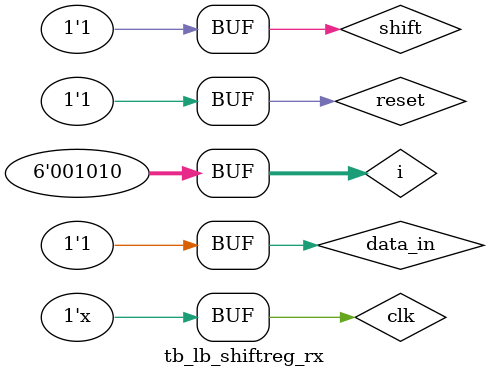
<source format=v>
`timescale 1ns / 1ps


module tb_lb_shiftreg_rx;

	// Inputs
	reg clk;
	reg reset;
	reg data_in;
	reg shift;

	// Outputs
	wire [10:0] data_out;
	reg [5:0] i;
	
	// Instantiate the Unit Under Test (UUT)
	lb_shiftreg_rx uut (
		.clk(clk), 
		.reset(reset), 
		.data_in(data_in), 
		.shift(shift), 
		.data_out(data_out)
	);

	always
		#5 clk = ~clk;
		
	initial begin
		// Initialize Inputs
		clk = 0;
		reset = 0;
		data_in = 0;
		shift = 0;
		
		#15;
		reset = 1;
		for(i=0; i<10; i=i+1) begin
			data_in = i[0];
			shift = 1;
			#10;
		end
			
		// Wait 100 ns for global reset to finish
		#100;
        
		// Add stimulus here

	end
      
endmodule


</source>
